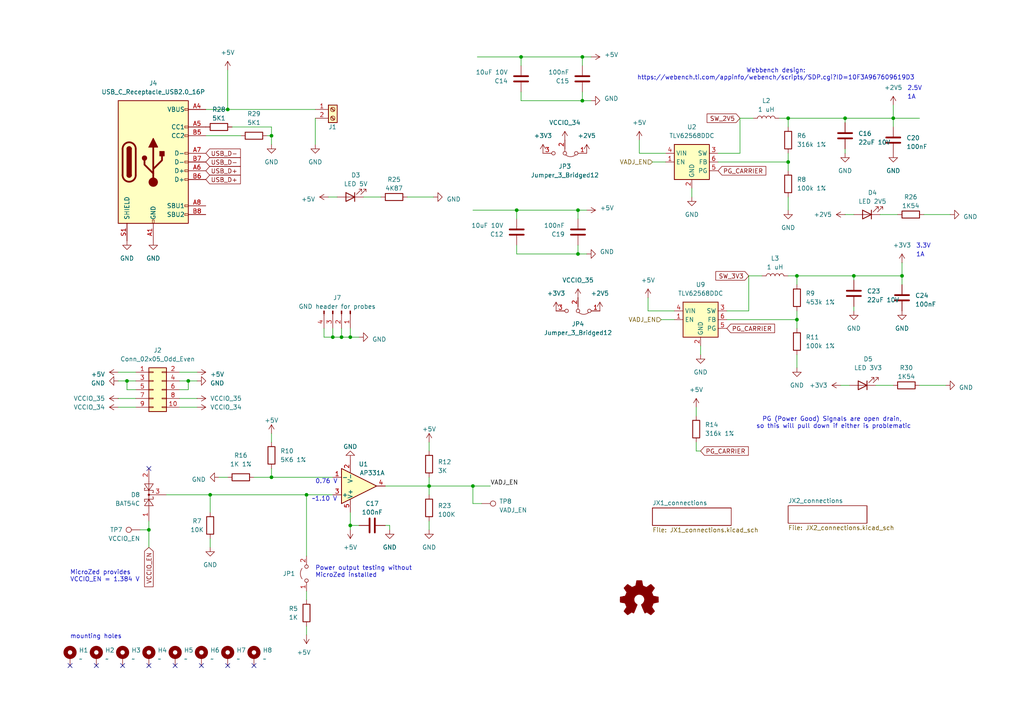
<source format=kicad_sch>
(kicad_sch (version 20250114) (generator "eeschema") (generator_version "9.0")
  (paper "A4")
  (title_block (title "Intan Interface carrier board") (date "2025-08-18") (rev "1.0") (comment 1 "               License: Creative Commons Zero") (comment 3 "               (c) 2025 Caleb Kemere") (comment 4 "                    derived from a design by  Viktor Nikolov"))
  (lib_symbols
    (symbol "Comparator:LM397" (pin_names (offset 0.127))
      (property "Reference" "U" (at 1.27 5.08 0))
      (property "Value" "LM397" (at 3.81 -5.08 0))
      (symbol "LM397_1_1"
        (pin input line (at -7.62 2.54 0) (length 2.54) (name "+") (number "3"))
        (pin input line (at -7.62 -2.54 0) (length 2.54) (name "-") (number "1"))
        (pin power_in line (at -2.54 7.62 270) (length 3.81) (name "V+") (number "5"))
        (pin power_in line (at -2.54 -7.62 90) (length 3.81) (name "V-") (number "2"))
        (pin open_collector line (at 7.62 0 180) (length 2.54) (name "~") (number "4"))
      )
    )
    (symbol "Connector:Conn_01x04_Pin" (pin_names (offset 1.016) (hide yes))
      (property "Reference" "J" (at 0 5.08 0))
      (property "Value" "Conn_01x04_Pin" (at 0 -7.62 0))
      (symbol "Conn_01x04_Pin_1_1"
        (pin passive line (at 5.08 2.54 180) (length 3.81) (name "Pin_1") (number "1"))
        (pin passive line (at 5.08 0 180) (length 3.81) (name "Pin_2") (number "2"))
        (pin passive line (at 5.08 -2.54 180) (length 3.81) (name "Pin_3") (number "3"))
        (pin passive line (at 5.08 -5.08 180) (length 3.81) (name "Pin_4") (number "4"))
      )
    )
    (symbol "Connector:Screw_Terminal_01x02" (pin_names (offset 1.016) (hide yes))
      (property "Reference" "J" (at 0 2.54 0))
      (property "Value" "Screw_Terminal_01x02" (at 0 -5.08 0))
      (symbol "Screw_Terminal_01x02_1_1"
        (pin passive line (at -5.08 0 0) (length 3.81) (name "Pin_1") (number "1"))
        (pin passive line (at -5.08 -2.54 0) (length 3.81) (name "Pin_2") (number "2"))
      )
    )
    (symbol "Connector:TestPoint" (pin_numbers (hide yes)) (pin_names (offset 0.762) (hide yes))
      (property "Reference" "TP" (at 0 6.858 0))
      (property "Value" "TestPoint" (at 0 5.08 0))
      (symbol "TestPoint_1_1"
        (pin passive line (at 0 0 90) (length 2.54) (name "1") (number "1"))
      )
    )
    (symbol "Connector:USB_C_Receptacle_USB2.0_16P" (pin_names (offset 1.016))
      (property "Reference" "J" (at 0 22.225 0))
      (property "Value" "USB_C_Receptacle_USB2.0_16P" (at 0 19.685 0))
      (symbol "USB_C_Receptacle_USB2.0_16P_1_1"
        (pin passive line (at -7.62 -22.86 90) (length 5.08) (name "SHIELD") (number "S1"))
        (pin passive line (at 0 -22.86 90) (length 5.08) (name "GND") (number "A1"))
        (pin passive line (at 0 -22.86 90) (length 5.08) (hide yes) (name "GND") (number "A12"))
        (pin passive line (at 0 -22.86 90) (length 5.08) (hide yes) (name "GND") (number "B1"))
        (pin passive line (at 0 -22.86 90) (length 5.08) (hide yes) (name "GND") (number "B12"))
        (pin passive line (at 15.24 15.24 180) (length 5.08) (name "VBUS") (number "A4"))
        (pin passive line (at 15.24 15.24 180) (length 5.08) (hide yes) (name "VBUS") (number "A9"))
        (pin passive line (at 15.24 15.24 180) (length 5.08) (hide yes) (name "VBUS") (number "B4"))
        (pin passive line (at 15.24 15.24 180) (length 5.08) (hide yes) (name "VBUS") (number "B9"))
        (pin bidirectional line (at 15.24 10.16 180) (length 5.08) (name "CC1") (number "A5"))
        (pin bidirectional line (at 15.24 7.62 180) (length 5.08) (name "CC2") (number "B5"))
        (pin bidirectional line (at 15.24 2.54 180) (length 5.08) (name "D-") (number "A7"))
        (pin bidirectional line (at 15.24 0 180) (length 5.08) (name "D-") (number "B7"))
        (pin bidirectional line (at 15.24 -2.54 180) (length 5.08) (name "D+") (number "A6"))
        (pin bidirectional line (at 15.24 -5.08 180) (length 5.08) (name "D+") (number "B6"))
        (pin bidirectional line (at 15.24 -12.7 180) (length 5.08) (name "SBU1") (number "A8"))
        (pin bidirectional line (at 15.24 -15.24 180) (length 5.08) (name "SBU2") (number "B8"))
      )
    )
    (symbol "Connector_Generic:Conn_02x05_Odd_Even" (pin_names (offset 1.016) (hide yes))
      (property "Reference" "J" (at 1.27 7.62 0))
      (property "Value" "Conn_02x05_Odd_Even" (at 1.27 -7.62 0))
      (symbol "Conn_02x05_Odd_Even_1_1"
        (pin passive line (at -5.08 5.08 0) (length 3.81) (name "Pin_1") (number "1"))
        (pin passive line (at -5.08 2.54 0) (length 3.81) (name "Pin_3") (number "3"))
        (pin passive line (at -5.08 0 0) (length 3.81) (name "Pin_5") (number "5"))
        (pin passive line (at -5.08 -2.54 0) (length 3.81) (name "Pin_7") (number "7"))
        (pin passive line (at -5.08 -5.08 0) (length 3.81) (name "Pin_9") (number "9"))
        (pin passive line (at 7.62 5.08 180) (length 3.81) (name "Pin_2") (number "2"))
        (pin passive line (at 7.62 2.54 180) (length 3.81) (name "Pin_4") (number "4"))
        (pin passive line (at 7.62 0 180) (length 3.81) (name "Pin_6") (number "6"))
        (pin passive line (at 7.62 -2.54 180) (length 3.81) (name "Pin_8") (number "8"))
        (pin passive line (at 7.62 -5.08 180) (length 3.81) (name "Pin_10") (number "10"))
      )
    )
    (symbol "Device:C" (pin_numbers (hide yes)) (pin_names (offset 0.254))
      (property "Reference" "C" (at 0.635 2.54 0))
      (property "Value" "C" (at 0.635 -2.54 0))
      (symbol "C_1_1"
        (pin passive line (at 0 3.81 270) (length 2.794) (name "~") (number "1"))
        (pin passive line (at 0 -3.81 90) (length 2.794) (name "~") (number "2"))
      )
    )
    (symbol "Device:L" (pin_numbers (hide yes)) (pin_names (offset 1.016) (hide yes))
      (property "Reference" "L" (at -1.27 0 90))
      (property "Value" "L" (at 1.905 0 90))
      (symbol "L_1_1"
        (pin passive line (at 0 3.81 270) (length 1.27) (name "1") (number "1"))
        (pin passive line (at 0 -3.81 90) (length 1.27) (name "2") (number "2"))
      )
    )
    (symbol "Device:LED" (pin_numbers (hide yes)) (pin_names (offset 1.016) (hide yes))
      (property "Reference" "D" (at 0 2.54 0))
      (property "Value" "LED" (at 0 -2.54 0))
      (symbol "LED_1_1"
        (pin passive line (at -3.81 0 0) (length 2.54) (name "K") (number "1"))
        (pin passive line (at 3.81 0 180) (length 2.54) (name "A") (number "2"))
      )
    )
    (symbol "Device:R" (pin_numbers (hide yes)) (pin_names (offset 0))
      (property "Reference" "R" (at 2.032 0 90))
      (property "Value" "R" (at 0 0 90))
      (symbol "R_1_1"
        (pin passive line (at 0 3.81 270) (length 1.27) (name "~") (number "1"))
        (pin passive line (at 0 -3.81 90) (length 1.27) (name "~") (number "2"))
      )
    )
    (symbol "Diode:BAT54C" (pin_names (offset 1.016))
      (property "Reference" "D" (at 0.635 -3.81 0))
      (property "Value" "BAT54C" (at -6.35 3.175 0))
      (symbol "BAT54C_1_1"
        (pin passive line (at -7.62 0 0) (length 3.81) (name "~") (number "1"))
        (pin passive line (at 0 -5.08 90) (length 5.08) (name "~") (number "3"))
        (pin passive line (at 7.62 0 180) (length 3.81) (name "~") (number "2"))
      )
    )
    (symbol "Graphic:Logo_Open_Hardware_Small" (in_bom no) (on_board no))
    (symbol "Jumper:Jumper_2_Open" (pin_names (offset 0) (hide yes))
      (property "Reference" "JP" (at 0 2.794 0))
      (property "Value" "Jumper_2_Open" (at 0 -2.286 0))
      (symbol "Jumper_2_Open_1_1"
        (pin passive line (at -5.08 0 0) (length 2.54) (name "A") (number "1"))
        (pin passive line (at 5.08 0 180) (length 2.54) (name "B") (number "2"))
      )
    )
    (symbol "Jumper:Jumper_3_Bridged12" (pin_names (offset 0) (hide yes)) (exclude_from_sim yes) (in_bom no)
      (property "Reference" "JP" (at -2.54 -2.54 0))
      (property "Value" "Jumper_3_Bridged12" (at 0 2.794 0))
      (symbol "Jumper_3_Bridged12_1_1"
        (pin passive line (at -6.35 0 0) (length 2.54) (name "A") (number "1"))
        (pin passive line (at 0 -3.81 90) (length 2.54) (name "C") (number "2"))
        (pin passive line (at 6.35 0 180) (length 2.54) (name "B") (number "3"))
      )
    )
    (symbol "Mechanical:MountingHole_Pad" (pin_numbers (hide yes)) (pin_names (offset 1.016) (hide yes))
      (property "Reference" "H" (at 0 6.35 0))
      (property "Value" "MountingHole_Pad" (at 0 4.445 0))
      (symbol "MountingHole_Pad_1_1"
        (pin input line (at 0 -2.54 90) (length 2.54) (name "1") (number "1"))
      )
    )
    (symbol "Regulator_Switching:TLV62568DDC"
      (property "Reference" "U" (at -5.08 6.35 0))
      (property "Value" "TLV62568DDC" (at 0 6.35 0))
      (symbol "TLV62568DDC_1_1"
        (pin power_in line (at -7.62 2.54 0) (length 2.54) (name "VIN") (number "4"))
        (pin input line (at -7.62 0 0) (length 2.54) (name "EN") (number "1"))
        (pin power_in line (at 0 -7.62 90) (length 2.54) (name "GND") (number "2"))
        (pin power_out line (at 7.62 2.54 180) (length 2.54) (name "SW") (number "3"))
        (pin input line (at 7.62 0 180) (length 2.54) (name "FB") (number "6"))
        (pin open_collector line (at 7.62 -2.54 180) (length 2.54) (name "PG") (number "5"))
      )
    )
    (symbol "power:+2V5" (power) (pin_numbers (hide yes)) (pin_names (offset 0) (hide yes))
      (property "Value" "+2V5" (at 0 3.556 0))
      (symbol "+2V5_1_1"
        (pin power_in line (at 0 0 90) (length 0) (name "~") (number "1"))
      )
    )
    (symbol "power:+3V3" (power) (pin_numbers (hide yes)) (pin_names (offset 0) (hide yes))
      (property "Value" "+3V3" (at 0 3.556 0))
      (symbol "+3V3_1_1"
        (pin power_in line (at 0 0 90) (length 0) (name "~") (number "1"))
      )
    )
    (symbol "power:+5V" (power) (pin_names (offset 0))
      (property "Value" "+5V" (at 0 3.556 0))
      (symbol "+5V_1_1"
        (pin power_in line (at 0 0 90) (length 0) (hide yes) (name "+5V") (number "1"))
      )
    )
    (symbol "power:GND" (power) (pin_names (offset 0))
      (property "Value" "GND" (at 0 -3.81 0))
      (symbol "GND_1_1"
        (pin power_in line (at 0 0 270) (length 0) (hide yes) (name "GND") (number "1"))
      )
    )
    (symbol "power:VCC" (power) (pin_numbers (hide yes)) (pin_names (offset 0) (hide yes))
      (property "Value" "VCC" (at 0 3.556 0))
      (symbol "VCC_1_1"
        (pin power_in line (at 0 0 90) (length 0) (name "~") (number "1"))
      )
    )
  )
  (text "1A" (at 263.144 28.956 0) (effects (font (size 1.27 1.27)) (justify left bottom)))
  (text "3.3V" (at 265.684 72.136 0) (effects (font (size 1.27 1.27)) (justify left bottom)))
  (text "mounting holes" (at 20.32 185.42 0) (effects (font (size 1.27 1.27)) (justify left bottom)))
  (text "2.5V" (at 263.144 26.416 0) (effects (font (size 1.27 1.27)) (justify left bottom)))
  (text "0.76 V" (at 91.44 140.462 0) (effects (font (size 1.27 1.27)) (justify left bottom)))
  (text "Webbench design:\nhttps://webench.ti.com/appinfo/webench/scripts/SDP.cgi?ID=10F3A967609619D3" (at 225.044 21.59 0) (effects (font (size 1.27 1.27))))
  (text "~1.10 V" (at 90.424 145.542 0) (effects (font (size 1.27 1.27)) (justify left bottom)))
  (text "Power output testing without\nMicroZed installed" (at 91.44 167.64 0) (effects (font (size 1.27 1.27)) (justify left bottom)))
  (text "1A" (at 265.684 74.676 0) (effects (font (size 1.27 1.27)) (justify left bottom)))
  (text "MicroZed provides\nVCCIO_EN = 1.384 V" (at 20.32 168.91 0) (effects (font (size 1.27 1.27)) (justify left bottom)))
  (text "PG (Power Good) Signals are open drain, \nso this will pull down if either is problematic\n" (at 241.808 122.682 0) (effects (font (size 1.27 1.27))))
  (junction (at 101.6 97.79))
  (junction (at 78.74 138.43))
  (junction (at 99.06 97.79))
  (junction (at 168.91 29.21))
  (junction (at 54.61 110.49))
  (junction (at 137.16 140.97))
  (junction (at 228.6 46.99))
  (junction (at 96.52 97.79))
  (junction (at 43.18 153.67))
  (junction (at 247.65 80.01))
  (junction (at 101.6 152.4))
  (junction (at 78.74 39.37))
  (junction (at 88.9 143.51))
  (junction (at 167.64 73.66))
  (junction (at 151.13 16.51))
  (junction (at 60.96 143.51))
  (junction (at 168.91 16.51))
  (junction (at 124.46 140.97))
  (junction (at 149.86 60.96))
  (junction (at 228.6 34.29))
  (junction (at 231.14 92.71))
  (junction (at 231.14 80.01))
  (junction (at 36.83 110.49))
  (junction (at 259.08 34.29))
  (junction (at 167.64 60.96))
  (junction (at 66.04 31.75))
  (junction (at 261.62 80.01))
  (junction (at 245.11 34.29))
  (no_connect (at 43.18 135.89))
  (no_connect (at 20.32 193.04))
  (no_connect (at 66.04 193.04))
  (no_connect (at 35.56 193.04))
  (no_connect (at 58.42 193.04))
  (no_connect (at 27.94 193.04))
  (no_connect (at 43.18 193.04))
  (no_connect (at 73.66 193.04))
  (no_connect (at 50.8 193.04))
  (wire (pts (xy 137.16 140.97) (xy 137.16 146.05)))
  (wire (pts (xy 137.16 140.97) (xy 142.24 140.97)))
  (wire (pts (xy 243.84 111.76) (xy 246.38 111.76)))
  (wire (pts (xy 151.13 29.21) (xy 151.13 26.67)))
  (wire (pts (xy 228.6 46.99) (xy 228.6 49.53)))
  (wire (pts (xy 259.08 34.29) (xy 245.11 34.29)))
  (wire (pts (xy 101.6 148.59) (xy 101.6 152.4)))
  (wire (pts (xy 52.07 110.49) (xy 54.61 110.49)))
  (wire (pts (xy 34.29 118.11) (xy 39.37 118.11)))
  (wire (pts (xy 91.44 34.29) (xy 91.44 41.91)))
  (wire (pts (xy 88.9 184.15) (xy 88.9 181.61)))
  (wire (pts (xy 170.18 60.96) (xy 167.64 60.96)))
  (wire (pts (xy 78.74 125.73) (xy 78.74 128.27)))
  (wire (pts (xy 36.83 113.03) (xy 39.37 113.03)))
  (wire (pts (xy 73.66 138.43) (xy 78.74 138.43)))
  (wire (pts (xy 113.03 152.4) (xy 113.03 153.67)))
  (wire (pts (xy 59.69 31.75) (xy 66.04 31.75)))
  (wire (pts (xy 101.6 152.4) (xy 101.6 153.67)))
  (wire (pts (xy 66.04 31.75) (xy 91.44 31.75)))
  (wire (pts (xy 261.62 80.01) (xy 247.65 80.01)))
  (wire (pts (xy 247.65 88.9) (xy 247.65 90.17)))
  (wire (pts (xy 124.46 138.43) (xy 124.46 140.97)))
  (wire (pts (xy 259.08 30.48) (xy 259.08 34.29)))
  (wire (pts (xy 34.29 115.57) (xy 39.37 115.57)))
  (wire (pts (xy 191.77 92.71) (xy 195.58 92.71)))
  (wire (pts (xy 266.7 111.76) (xy 274.32 111.76)))
  (wire (pts (xy 261.62 76.2) (xy 261.62 80.01)))
  (wire (pts (xy 124.46 140.97) (xy 137.16 140.97)))
  (wire (pts (xy 36.83 110.49) (xy 39.37 110.49)))
  (wire (pts (xy 88.9 161.29) (xy 88.9 143.51)))
  (wire (pts (xy 168.91 29.21) (xy 151.13 29.21)))
  (wire (pts (xy 40.64 153.67) (xy 43.18 153.67)))
  (wire (pts (xy 208.28 46.99) (xy 228.6 46.99)))
  (wire (pts (xy 95.25 57.15) (xy 97.79 57.15)))
  (wire (pts (xy 217.17 90.17) (xy 217.17 80.01)))
  (wire (pts (xy 228.6 80.01) (xy 231.14 80.01)))
  (wire (pts (xy 101.6 97.79) (xy 104.14 97.79)))
  (wire (pts (xy 167.64 73.66) (xy 149.86 73.66)))
  (wire (pts (xy 267.97 62.23) (xy 275.59 62.23)))
  (wire (pts (xy 193.04 44.45) (xy 185.42 44.45)))
  (wire (pts (xy 217.17 80.01) (xy 220.98 80.01)))
  (wire (pts (xy 99.06 95.25) (xy 99.06 97.79)))
  (wire (pts (xy 60.96 143.51) (xy 60.96 148.59)))
  (wire (pts (xy 214.63 44.45) (xy 208.28 44.45)))
  (wire (pts (xy 63.5 138.43) (xy 66.04 138.43)))
  (wire (pts (xy 78.74 39.37) (xy 77.47 39.37)))
  (wire (pts (xy 93.98 97.79) (xy 96.52 97.79)))
  (wire (pts (xy 137.16 146.05) (xy 139.7 146.05)))
  (wire (pts (xy 124.46 151.13) (xy 124.46 153.67)))
  (wire (pts (xy 167.64 73.66) (xy 167.64 71.12)))
  (wire (pts (xy 36.83 110.49) (xy 36.83 113.03)))
  (wire (pts (xy 187.96 90.17) (xy 187.96 86.36)))
  (wire (pts (xy 255.27 62.23) (xy 260.35 62.23)))
  (wire (pts (xy 217.17 90.17) (xy 210.82 90.17)))
  (wire (pts (xy 167.64 60.96) (xy 149.86 60.96)))
  (wire (pts (xy 201.93 130.81) (xy 203.2 130.81)))
  (wire (pts (xy 52.07 107.95) (xy 57.15 107.95)))
  (wire (pts (xy 111.76 152.4) (xy 113.03 152.4)))
  (wire (pts (xy 171.45 16.51) (xy 168.91 16.51)))
  (wire (pts (xy 48.26 143.51) (xy 60.96 143.51)))
  (wire (pts (xy 149.86 73.66) (xy 149.86 71.12)))
  (wire (pts (xy 78.74 36.83) (xy 78.74 39.37)))
  (wire (pts (xy 171.45 29.21) (xy 168.91 29.21)))
  (wire (pts (xy 259.08 34.29) (xy 266.7 34.29)))
  (wire (pts (xy 168.91 19.05) (xy 168.91 16.51)))
  (wire (pts (xy 245.11 35.56) (xy 245.11 34.29)))
  (wire (pts (xy 111.76 140.97) (xy 124.46 140.97)))
  (wire (pts (xy 201.93 118.11) (xy 201.93 120.65)))
  (wire (pts (xy 228.6 44.45) (xy 228.6 46.99)))
  (wire (pts (xy 151.13 16.51) (xy 138.43 16.51)))
  (wire (pts (xy 96.52 97.79) (xy 99.06 97.79)))
  (wire (pts (xy 214.63 34.29) (xy 218.44 34.29)))
  (wire (pts (xy 203.2 102.87) (xy 203.2 100.33)))
  (wire (pts (xy 151.13 19.05) (xy 151.13 16.51)))
  (wire (pts (xy 167.64 63.5) (xy 167.64 60.96)))
  (wire (pts (xy 124.46 140.97) (xy 124.46 143.51)))
  (wire (pts (xy 231.14 80.01) (xy 247.65 80.01)))
  (wire (pts (xy 96.52 95.25) (xy 96.52 97.79)))
  (wire (pts (xy 170.18 73.66) (xy 167.64 73.66)))
  (wire (pts (xy 189.23 46.99) (xy 193.04 46.99)))
  (wire (pts (xy 195.58 90.17) (xy 187.96 90.17)))
  (wire (pts (xy 101.6 152.4) (xy 104.14 152.4)))
  (wire (pts (xy 254 111.76) (xy 259.08 111.76)))
  (wire (pts (xy 228.6 34.29) (xy 245.11 34.29)))
  (wire (pts (xy 101.6 95.25) (xy 101.6 97.79)))
  (wire (pts (xy 52.07 113.03) (xy 54.61 113.03)))
  (wire (pts (xy 231.14 92.71) (xy 231.14 95.25)))
  (wire (pts (xy 245.11 62.23) (xy 247.65 62.23)))
  (wire (pts (xy 60.96 156.21) (xy 60.96 158.75)))
  (wire (pts (xy 214.63 44.45) (xy 214.63 34.29)))
  (wire (pts (xy 149.86 60.96) (xy 137.16 60.96)))
  (wire (pts (xy 67.31 36.83) (xy 78.74 36.83)))
  (wire (pts (xy 78.74 138.43) (xy 96.52 138.43)))
  (wire (pts (xy 52.07 115.57) (xy 57.15 115.57)))
  (wire (pts (xy 93.98 95.25) (xy 93.98 97.79)))
  (wire (pts (xy 228.6 36.83) (xy 228.6 34.29)))
  (wire (pts (xy 226.06 34.29) (xy 228.6 34.29)))
  (wire (pts (xy 99.06 97.79) (xy 101.6 97.79)))
  (wire (pts (xy 200.66 57.15) (xy 200.66 54.61)))
  (wire (pts (xy 247.65 81.28) (xy 247.65 80.01)))
  (wire (pts (xy 201.93 128.27) (xy 201.93 130.81)))
  (wire (pts (xy 66.04 20.32) (xy 66.04 31.75)))
  (wire (pts (xy 210.82 92.71) (xy 231.14 92.71)))
  (wire (pts (xy 105.41 57.15) (xy 110.49 57.15)))
  (wire (pts (xy 34.29 110.49) (xy 36.83 110.49)))
  (wire (pts (xy 245.11 43.18) (xy 245.11 44.45)))
  (wire (pts (xy 43.18 151.13) (xy 43.18 153.67)))
  (wire (pts (xy 168.91 29.21) (xy 168.91 26.67)))
  (wire (pts (xy 54.61 110.49) (xy 57.15 110.49)))
  (wire (pts (xy 124.46 128.27) (xy 124.46 130.81)))
  (wire (pts (xy 34.29 107.95) (xy 39.37 107.95)))
  (wire (pts (xy 78.74 41.91) (xy 78.74 39.37)))
  (wire (pts (xy 231.14 90.17) (xy 231.14 92.71)))
  (wire (pts (xy 52.07 118.11) (xy 57.15 118.11)))
  (wire (pts (xy 59.69 39.37) (xy 69.85 39.37)))
  (wire (pts (xy 88.9 143.51) (xy 96.52 143.51)))
  (wire (pts (xy 88.9 173.99) (xy 88.9 171.45)))
  (wire (pts (xy 185.42 44.45) (xy 185.42 40.64)))
  (wire (pts (xy 54.61 110.49) (xy 54.61 113.03)))
  (wire (pts (xy 118.11 57.15) (xy 125.73 57.15)))
  (wire (pts (xy 60.96 143.51) (xy 88.9 143.51)))
  (wire (pts (xy 259.08 36.83) (xy 259.08 34.29)))
  (wire (pts (xy 78.74 135.89) (xy 78.74 138.43)))
  (wire (pts (xy 231.14 82.55) (xy 231.14 80.01)))
  (wire (pts (xy 149.86 63.5) (xy 149.86 60.96)))
  (wire (pts (xy 168.91 16.51) (xy 151.13 16.51)))
  (wire (pts (xy 43.18 153.67) (xy 43.18 158.75)))
  (wire (pts (xy 231.14 106.68) (xy 231.14 102.87)))
  (wire (pts (xy 228.6 60.96) (xy 228.6 57.15)))
  (wire (pts (xy 261.62 82.55) (xy 261.62 80.01)))
  (label "VADJ_EN" (at 142.24 140.97 0))
  (global_label "PG_CARRIER" (shape input) (at 210.82 95.25 0) (property "Intersheetrefs" "${INTERSHEET_REFS}" (effects (hide yes))))
  (global_label "PG_CARRIER" (shape input) (at 203.2 130.81 0) (property "Intersheetrefs" "${INTERSHEET_REFS}" (effects (hide yes))))
  (global_label "SW_2V5" (shape input) (at 214.63 34.29 180) (property "Intersheetrefs" "${INTERSHEET_REFS}" (effects (hide yes))))
  (global_label "SW_3V3" (shape input) (at 217.17 80.01 180) (property "Intersheetrefs" "${INTERSHEET_REFS}" (effects (hide yes))))
  (global_label "USB_D+" (shape input) (at 59.69 49.53 0) (property "Intersheetrefs" "${INTERSHEET_REFS}" (effects (hide yes))))
  (global_label "USB_D-" (shape input) (at 59.69 44.45 0) (property "Intersheetrefs" "${INTERSHEET_REFS}" (effects (hide yes))))
  (global_label "PG_CARRIER" (shape input) (at 208.28 49.53 0) (property "Intersheetrefs" "${INTERSHEET_REFS}" (effects (hide yes))))
  (global_label "USB_D-" (shape input) (at 59.69 46.99 0) (property "Intersheetrefs" "${INTERSHEET_REFS}" (effects (hide yes))))
  (global_label "USB_D+" (shape input) (at 59.69 52.07 0) (property "Intersheetrefs" "${INTERSHEET_REFS}" (effects (hide yes))))
  (global_label "VCCIO_EN" (shape input) (at 43.18 158.75 270) (property "Intersheetrefs" "${INTERSHEET_REFS}" (effects (hide yes))))
  (hierarchical_label "VADJ_EN" (shape input) (at 189.23 46.99 180))
  (hierarchical_label "VADJ_EN" (shape input) (at 191.77 92.71 180))
  (symbol (lib_id "power:GND") (at 36.83 69.85 0) (unit 1)
    (property "Reference" "#PWR024" (effects (hide yes)))
    (property "Value" "GND" (at 36.83 74.93 0))
  )
  (symbol (lib_id "power:+5V") (at 34.29 107.95 90) (unit 1)
    (property "Reference" "#PWR077" (effects (hide yes)))
    (property "Value" "+5V" (at 30.48 108.585 90) (effects (justify left)))
  )
  (symbol (lib_id "power:VCC") (at 57.15 118.11 270) (unit 1)
    (property "Reference" "#PWR083" (effects (hide yes)))
    (property "Value" "VCCIO_34" (at 60.96 118.1099 90) (effects (justify left)))
    (property "Description" "Power symbol creates a global label with name \"VCC\"" (effects (hide yes)))
  )
  (symbol (lib_id "Connector:TestPoint") (at 40.64 153.67 90) (unit 1) (in_bom no)
    (property "Reference" "TP7" (at 35.56 153.67 90) (effects (justify left)))
    (property "Value" "VCCIO_EN" (at 40.64 156.21 90) (effects (justify left)))
    (property "Footprint" "Viktor:TestPoint__Drill1.0mm" (effects (hide yes)))
  )
  (symbol (lib_id "Device:R") (at 228.6 40.64 0) (unit 1)
    (property "Reference" "R6" (at 231.14 39.3699 0) (effects (justify left)))
    (property "Value" "316k 1%" (at 231.14 41.9099 0) (effects (justify left)))
    (property "Footprint" "Resistor_SMD:R_0603_1608Metric" (effects (hide yes)))
    (property "Description" "Resistor" (effects (hide yes)))
  )
  (symbol (lib_id "power:GND") (at 228.6 60.96 0) (unit 1)
    (property "Reference" "#PWR09" (effects (hide yes)))
    (property "Value" "GND" (at 228.6 66.04 0))
  )
  (symbol (lib_id "power:+5V") (at 66.04 20.32 0) (unit 1)
    (property "Reference" "#PWR07" (effects (hide yes)))
    (property "Value" "+5V" (at 66.04 15.24 0))
  )
  (symbol (lib_id "power:+5V") (at 171.45 16.51 270) (unit 1)
    (property "Reference" "#PWR01" (effects (hide yes)))
    (property "Value" "+5V" (at 175.26 15.875 90) (effects (justify left)))
  )
  (symbol (lib_id "Device:R") (at 262.89 111.76 90) (unit 1)
    (property "Reference" "R30" (at 262.89 106.68 90))
    (property "Value" "1K54" (at 262.89 109.22 90))
    (property "Footprint" "Resistor_SMD:R_0603_1608Metric" (effects (hide yes)))
    (property "LCSC" "C100784" (effects (hide yes)))
  )
  (symbol (lib_id "power:+5V") (at 187.96 86.36 0) (unit 1)
    (property "Reference" "#PWR020" (effects (hide yes)))
    (property "Value" "+5V" (at 187.96 81.28 0))
  )
  (symbol (lib_id "Device:R") (at 124.46 147.32 0) (unit 1)
    (property "Reference" "R23" (at 127 146.685 0) (effects (justify left)))
    (property "Value" "100K" (at 127 149.225 0) (effects (justify left)))
    (property "Footprint" "Resistor_SMD:R_0603_1608Metric" (effects (hide yes)))
    (property "LCSC" "C25803" (effects (hide yes)))
  )
  (symbol (lib_id "Device:R") (at 60.96 152.4 0) (unit 1)
    (property "Reference" "R7" (at 57.15 151.13 0))
    (property "Value" "10K" (at 57.15 153.67 0))
    (property "Footprint" "Resistor_SMD:R_0603_1608Metric" (effects (hide yes)))
    (property "LCSC" "C25804" (effects (hide yes)))
  )
  (symbol (lib_id "Connector:TestPoint") (at 139.7 146.05 270) (unit 1) (in_bom no)
    (property "Reference" "TP8" (at 144.78 145.415 90) (effects (justify left)))
    (property "Value" "VADJ_EN" (at 144.78 147.955 90) (effects (justify left)))
    (property "Footprint" "Viktor:TestPoint__Drill1.0mm" (effects (hide yes)))
  )
  (symbol (lib_id "Device:C") (at 259.08 40.64 0) (unit 1)
    (property "Reference" "C20" (at 262.89 40.005 0) (effects (justify left)))
    (property "Value" "100nF" (at 262.89 42.545 0) (effects (justify left)))
    (property "Footprint" "Capacitor_SMD:C_0603_1608Metric" (effects (hide yes)))
    (property "LCSC" "C66501" (effects (hide yes)))
  )
  (symbol (lib_id "power:GND") (at 171.45 29.21 90) (unit 1)
    (property "Reference" "#PWR02" (effects (hide yes)))
    (property "Value" "GND" (at 175.26 28.575 90) (effects (justify right)))
  )
  (symbol (lib_id "power:+5V") (at 57.15 107.95 270) (unit 1)
    (property "Reference" "#PWR084" (effects (hide yes)))
    (property "Value" "+5V" (at 60.96 108.585 90) (effects (justify left)))
  )
  (symbol (lib_id "power:GND") (at 274.32 111.76 90) (unit 1)
    (property "Reference" "#PWR0129" (effects (hide yes)))
    (property "Value" "GND" (at 278.13 112.395 90) (effects (justify right)))
  )
  (symbol (lib_id "power:+3V3") (at 261.62 76.2 0) (unit 1)
    (property "Reference" "#PWR04" (effects (hide yes)))
    (property "Value" "+3V3" (at 261.62 71.12 0))
    (property "Description" "Power symbol creates a global label with name \"+3V3\"" (effects (hide yes)))
  )
  (symbol (lib_id "Device:LED") (at 251.46 62.23 180) (unit 1)
    (property "Reference" "D4" (at 253.0475 55.88 0))
    (property "Value" "LED 2V5" (at 253.0475 58.42 0))
    (property "Footprint" "LED_SMD:LED_0603_1608Metric" (effects (hide yes)))
    (property "LCSC" "C2833058" (effects (hide yes)))
  )
  (symbol (lib_id "Connector:USB_C_Receptacle_USB2.0_16P") (at 44.45 46.99 0) (unit 1)
    (property "Reference" "J4" (at 44.45 24.13 0))
    (property "Value" "USB_C_Receptacle_USB2.0_16P" (at 44.45 26.67 0))
    (property "Footprint" "Connector_USB:USB_C_Receptacle_GCT_USB4105-xx-A_16P_TopMnt_Horizontal" (effects (hide yes)))
    (property "Datasheet" "https://www.usb.org/sites/default/files/documents/usb_type-c.zip" (effects (hide yes)))
    (property "Description" "USB 2.0-only 16P Type-C Receptacle connector" (effects (hide yes)))
  )
  (symbol (lib_id "power:GND") (at 60.96 158.75 0) (unit 1)
    (property "Reference" "#PWR021" (effects (hide yes)))
    (property "Value" "GND" (at 60.96 163.83 0))
  )
  (symbol (lib_id "power:+3V3") (at 157.48 44.45 0) (unit 1)
    (property "Reference" "#PWR099" (effects (hide yes)))
    (property "Value" "+3V3" (at 157.48 39.37 0))
    (property "Description" "Power symbol creates a global label with name \"+3V3\"" (effects (hide yes)))
  )
  (symbol (lib_id "power:VCC") (at 34.29 118.11 90) (unit 1)
    (property "Reference" "#PWR076" (effects (hide yes)))
    (property "Value" "VCCIO_34" (at 30.48 118.1099 90) (effects (justify left)))
    (property "Description" "Power symbol creates a global label with name \"VCC\"" (effects (hide yes)))
  )
  (symbol (lib_id "Jumper:Jumper_3_Bridged12") (at 163.83 44.45 180) (unit 1) (exclude_from_sim yes) (in_bom no)
    (property "Reference" "JP3" (at 163.83 48.26 0))
    (property "Value" "Jumper_3_Bridged12" (at 163.83 50.8 0))
    (property "Footprint" "Connector_PinHeader_2.54mm:PinHeader_1x03_P2.54mm_Vertical" (effects (hide yes)))
    (property "Description" "Jumper, 3-pole, pins 1+2 closed/bridged" (effects (hide yes)))
  )
  (symbol (lib_id "Device:C") (at 151.13 22.86 0) (unit 1)
    (property "Reference" "C14" (at 147.32 23.495 0) (effects (justify right)))
    (property "Value" "10uF 10V" (at 147.32 20.955 0) (effects (justify right)))
    (property "Footprint" "Capacitor_SMD:C_0603_1608Metric" (effects (hide yes)))
    (property "LCSC" "C19702" (effects (hide yes)))
  )
  (symbol (lib_id "Device:C") (at 261.62 86.36 0) (unit 1)
    (property "Reference" "C24" (at 265.43 85.725 0) (effects (justify left)))
    (property "Value" "100nF" (at 265.43 88.265 0) (effects (justify left)))
    (property "Footprint" "Capacitor_SMD:C_0603_1608Metric" (effects (hide yes)))
    (property "LCSC" "C66501" (effects (hide yes)))
  )
  (symbol (lib_id "Device:LED") (at 101.6 57.15 180) (unit 1)
    (property "Reference" "D3" (at 103.1875 50.8 0))
    (property "Value" "LED 5V" (at 103.1875 53.34 0))
    (property "Footprint" "LED_SMD:LED_0603_1608Metric" (effects (hide yes)))
    (property "LCSC" "C2833058" (effects (hide yes)))
  )
  (symbol (lib_id "power:GND") (at 200.66 57.15 0) (unit 1)
    (property "Reference" "#PWR010" (effects (hide yes)))
    (property "Value" "GND" (at 200.66 62.23 0))
  )
  (symbol (lib_id "power:GND") (at 113.03 153.67 0) (unit 1)
    (property "Reference" "#PWR029" (effects (hide yes)))
    (property "Value" "GND" (at 113.03 158.75 0))
  )
  (symbol (lib_id "power:+5V") (at 124.46 128.27 0) (unit 1)
    (property "Reference" "#PWR031" (effects (hide yes)))
    (property "Value" "+5V" (at 124.46 124.46 0))
  )
  (symbol (lib_id "Device:C") (at 245.11 39.37 180) (unit 1)
    (property "Reference" "C16" (at 248.92 38.735 0) (effects (justify right)))
    (property "Value" "22uF 10V" (at 248.92 41.275 0) (effects (justify right)))
    (property "Footprint" "Capacitor_SMD:C_1206_3216Metric" (effects (hide yes)))
    (property "LCSC" "C5672" (effects (hide yes)))
  )
  (symbol (lib_id "Mechanical:MountingHole_Pad") (at 73.66 190.5 0) (unit 1) (in_bom no)
    (property "Reference" "H8" (at 76.2 188.595 0) (effects (justify left)))
    (property "Value" "~" (at 76.2 191.135 0) (effects (justify left)))
    (property "Footprint" "Viktor:MountingHole_3.2mm_Pad_7mm" (effects (hide yes)))
  )
  (symbol (lib_id "power:+2V5") (at 245.11 62.23 90) (unit 1)
    (property "Reference" "#PWR017" (effects (hide yes)))
    (property "Value" "+2V5" (at 241.3 62.2299 90) (effects (justify left)))
    (property "Description" "Power symbol creates a global label with name \"+2V5\"" (effects (hide yes)))
  )
  (symbol (lib_id "Device:R") (at 264.16 62.23 90) (unit 1)
    (property "Reference" "R26" (at 264.16 57.15 90))
    (property "Value" "1K54" (at 264.16 59.69 90))
    (property "Footprint" "Resistor_SMD:R_0603_1608Metric" (effects (hide yes)))
    (property "LCSC" "C100784" (effects (hide yes)))
  )
  (symbol (lib_id "power:+2V5") (at 173.99 90.17 0) (unit 1)
    (property "Reference" "#PWR0124" (effects (hide yes)))
    (property "Value" "+2V5" (at 173.99 85.09 0))
    (property "Description" "Power symbol creates a global label with name \"+2V5\"" (effects (hide yes)))
  )
  (symbol (lib_id "power:GND") (at 247.65 90.17 0) (unit 1)
    (property "Reference" "#PWR0152" (effects (hide yes)))
    (property "Value" "GND" (at 247.65 95.25 0))
  )
  (symbol (lib_id "power:GND") (at 275.59 62.23 90) (unit 1)
    (property "Reference" "#PWR016" (effects (hide yes)))
    (property "Value" "GND" (at 279.4 62.865 90) (effects (justify right)))
  )
  (symbol (lib_id "Device:R") (at 114.3 57.15 90) (unit 1)
    (property "Reference" "R25" (at 114.3 52.07 90))
    (property "Value" "4K87" (at 114.3 54.61 90))
    (property "Footprint" "Resistor_SMD:R_0603_1608Metric" (effects (hide yes)))
    (property "LCSC" "C2097544" (effects (hide yes)))
  )
  (symbol (lib_id "Device:R") (at 69.85 138.43 270) (unit 1)
    (property "Reference" "R16" (at 69.85 132.08 90))
    (property "Value" "1K 1%" (at 69.85 134.62 90))
    (property "Footprint" "Resistor_SMD:R_0603_1608Metric" (effects (hide yes)))
    (property "LCSC" "C23228" (effects (hide yes)))
  )
  (symbol (lib_id "power:GND") (at 78.74 41.91 0) (unit 1)
    (property "Reference" "#PWR022" (effects (hide yes)))
    (property "Value" "GND" (at 78.74 46.99 0))
  )
  (symbol (lib_id "Device:R") (at 228.6 53.34 0) (unit 1)
    (property "Reference" "R8" (at 231.14 52.0699 0) (effects (justify left)))
    (property "Value" "100k 1%" (at 231.14 54.6099 0) (effects (justify left)))
    (property "Footprint" "Resistor_SMD:R_0603_1608Metric" (effects (hide yes)))
    (property "Description" "Resistor" (effects (hide yes)))
  )
  (symbol (lib_id "Device:R") (at 124.46 134.62 0) (unit 1)
    (property "Reference" "R12" (at 127 133.985 0) (effects (justify left)))
    (property "Value" "3K" (at 127 136.525 0) (effects (justify left)))
    (property "Footprint" "Resistor_SMD:R_0603_1608Metric" (effects (hide yes)))
    (property "LCSC" "C4211" (effects (hide yes)))
  )
  (symbol (lib_id "power:GND") (at 261.62 90.17 0) (unit 1)
    (property "Reference" "#PWR0154" (effects (hide yes)))
    (property "Value" "GND" (at 261.62 95.25 0))
  )
  (symbol (lib_id "power:GND") (at 101.6 133.35 180) (unit 1)
    (property "Reference" "#PWR027" (effects (hide yes)))
    (property "Value" "GND" (at 101.6 129.54 0))
  )
  (symbol (lib_id "Device:R") (at 231.14 86.36 0) (unit 1)
    (property "Reference" "R9" (at 233.68 85.0899 0) (effects (justify left)))
    (property "Value" "453k 1%" (at 233.68 87.6299 0) (effects (justify left)))
    (property "Footprint" "Resistor_SMD:R_0603_1608Metric" (effects (hide yes)))
    (property "Description" "Resistor" (effects (hide yes)))
  )
  (symbol (lib_id "power:+5V") (at 185.42 40.64 0) (unit 1)
    (property "Reference" "#PWR012" (effects (hide yes)))
    (property "Value" "+5V" (at 185.42 35.56 0))
  )
  (symbol (lib_id "Jumper:Jumper_3_Bridged12") (at 167.64 90.17 180) (unit 1) (exclude_from_sim yes) (in_bom no)
    (property "Reference" "JP4" (at 167.64 93.98 0))
    (property "Value" "Jumper_3_Bridged12" (at 167.64 96.52 0))
    (property "Footprint" "Connector_PinHeader_2.54mm:PinHeader_1x03_P2.54mm_Vertical" (effects (hide yes)))
    (property "Description" "Jumper, 3-pole, pins 1+2 closed/bridged" (effects (hide yes)))
  )
  (symbol (lib_id "power:GND") (at 203.2 102.87 0) (unit 1)
    (property "Reference" "#PWR055" (effects (hide yes)))
    (property "Value" "GND" (at 203.2 107.95 0))
  )
  (symbol (lib_id "power:+3V3") (at 161.29 90.17 0) (unit 1)
    (property "Reference" "#PWR0113" (effects (hide yes)))
    (property "Value" "+3V3" (at 161.29 85.09 0))
    (property "Description" "Power symbol creates a global label with name \"+3V3\"" (effects (hide yes)))
  )
  (symbol (lib_id "Graphic:Logo_Open_Hardware_Small") (at 185.42 173.99 0) (unit 1) (exclude_from_sim yes) (in_bom no) (on_board no)
    (property "Reference" "#SYM1" (effects (hide yes)))
    (property "Value" "Logo_Open_Hardware_Small" (effects (hide yes)))
  )
  (symbol (lib_id "Device:R") (at 231.14 99.06 0) (unit 1)
    (property "Reference" "R11" (at 233.68 97.7899 0) (effects (justify left)))
    (property "Value" "100k 1%" (at 233.68 100.3299 0) (effects (justify left)))
    (property "Footprint" "Resistor_SMD:R_0603_1608Metric" (effects (hide yes)))
    (property "Description" "Resistor" (effects (hide yes)))
  )
  (symbol (lib_id "power:+5V") (at 95.25 57.15 90) (unit 1)
    (property "Reference" "#PWR013" (effects (hide yes)))
    (property "Value" "+5V" (at 91.44 57.785 90) (effects (justify left)))
  )
  (symbol (lib_id "Device:C") (at 247.65 85.09 180) (unit 1)
    (property "Reference" "C23" (at 251.46 84.455 0) (effects (justify right)))
    (property "Value" "22uF 10V" (at 251.46 86.995 0) (effects (justify right)))
    (property "Footprint" "Capacitor_SMD:C_1206_3216Metric" (effects (hide yes)))
    (property "LCSC" "C5672" (effects (hide yes)))
  )
  (symbol (lib_id "Mechanical:MountingHole_Pad") (at 50.8 190.5 0) (unit 1) (in_bom no)
    (property "Reference" "H5" (at 53.34 188.595 0) (effects (justify left)))
    (property "Value" "~" (at 53.34 191.135 0) (effects (justify left)))
    (property "Footprint" "Viktor:MountingHole_3.2mm_Pad_7mm" (effects (hide yes)))
  )
  (symbol (lib_id "Regulator_Switching:TLV62568DDC") (at 200.66 46.99 0) (unit 1)
    (property "Reference" "U2" (at 200.66 36.83 0))
    (property "Value" "TLV62568DDC" (at 200.66 39.37 0))
    (property "Footprint" "Package_TO_SOT_SMD:SOT-23-6" (effects (hide yes)))
    (property "Datasheet" "http://www.ti.com/lit/ds/symlink/tlv62568.pdf" (effects (hide yes)))
    (property "Description" "High Efficiency Synchronous Buck Converter, Adjustable Output 0.6V-5.5V, 1A, SOT-23-6" (effects (hide yes)))
  )
  (symbol (lib_id "Mechanical:MountingHole_Pad") (at 20.32 190.5 0) (unit 1) (in_bom no)
    (property "Reference" "H1" (at 22.86 188.595 0) (effects (justify left)))
    (property "Value" "~" (at 22.86 191.135 0) (effects (justify left)))
    (property "Footprint" "Viktor:MountingHole_3.2mm_Pad_7mm" (effects (hide yes)))
  )
  (symbol (lib_id "Device:R") (at 63.5 36.83 90) (unit 1)
    (property "Reference" "R28" (at 63.5 31.75 90))
    (property "Value" "5K1" (at 63.5 34.29 90))
    (property "Footprint" "Resistor_SMD:R_0603_1608Metric" (effects (hide yes)))
    (property "LCSC" "C2097544" (effects (hide yes)))
  )
  (symbol (lib_id "Device:R") (at 201.93 124.46 0) (unit 1)
    (property "Reference" "R14" (at 204.47 123.1899 0) (effects (justify left)))
    (property "Value" "316k 1%" (at 204.47 125.7299 0) (effects (justify left)))
    (property "Footprint" "Resistor_SMD:R_0603_1608Metric" (effects (hide yes)))
    (property "Description" "Resistor" (effects (hide yes)))
  )
  (symbol (lib_id "Mechanical:MountingHole_Pad") (at 27.94 190.5 0) (unit 1) (in_bom no)
    (property "Reference" "H2" (at 30.48 188.595 0) (effects (justify left)))
    (property "Value" "~" (at 30.48 191.135 0) (effects (justify left)))
    (property "Footprint" "Viktor:MountingHole_3.2mm_Pad_7mm" (effects (hide yes)))
  )
  (symbol (lib_id "power:+5V") (at 201.93 118.11 0) (unit 1)
    (property "Reference" "#PWR0155" (effects (hide yes)))
    (property "Value" "+5V" (at 201.93 113.03 0))
  )
  (symbol (lib_id "power:+2V5") (at 170.18 44.45 0) (unit 1)
    (property "Reference" "#PWR097" (effects (hide yes)))
    (property "Value" "+2V5" (at 170.18 39.37 0))
    (property "Description" "Power symbol creates a global label with name \"+2V5\"" (effects (hide yes)))
  )
  (symbol (lib_id "power:GND") (at 44.45 69.85 0) (unit 1)
    (property "Reference" "#PWR026" (effects (hide yes)))
    (property "Value" "GND" (at 44.45 74.93 0))
  )
  (symbol (lib_id "power:GND") (at 57.15 110.49 90) (unit 1)
    (property "Reference" "#PWR085" (effects (hide yes)))
    (property "Value" "GND" (at 60.96 111.125 90) (effects (justify right)))
  )
  (symbol (lib_id "Device:R") (at 78.74 132.08 0) (unit 1)
    (property "Reference" "R10" (at 81.28 130.8099 0) (effects (justify left)))
    (property "Value" "5K6 1%" (at 81.28 133.3499 0) (effects (justify left)))
    (property "Footprint" "Resistor_SMD:R_0603_1608Metric" (effects (hide yes)))
    (property "LCSC" "C22843" (effects (hide yes)))
  )
  (symbol (lib_id "Connector_Generic:Conn_02x05_Odd_Even") (at 44.45 113.03 0) (unit 1)
    (property "Reference" "J2" (at 45.72 101.6 0))
    (property "Value" "Conn_02x05_Odd_Even" (at 45.72 104.14 0))
    (property "Footprint" "Connector_PinSocket_2.54mm:PinSocket_2x05_P2.54mm_Vertical" (effects (hide yes)))
    (property "Description" "Generic connector, double row, 02x05, odd/even pin numbering scheme (row 1 odd numbers, row 2 even numbers), script generated (kicad-library-utils/schlib/autogen/connector/)" (effects (hide yes)))
  )
  (symbol (lib_id "Mechanical:MountingHole_Pad") (at 58.42 190.5 0) (unit 1) (in_bom no)
    (property "Reference" "H6" (at 60.96 188.595 0) (effects (justify left)))
    (property "Value" "~" (at 60.96 191.135 0) (effects (justify left)))
    (property "Footprint" "Viktor:MountingHole_3.2mm_Pad_7mm" (effects (hide yes)))
  )
  (symbol (lib_id "power:+2V5") (at 259.08 30.48 0) (unit 1)
    (property "Reference" "#PWR03" (effects (hide yes)))
    (property "Value" "+2V5" (at 259.08 25.4 0))
    (property "Description" "Power symbol creates a global label with name \"+2V5\"" (effects (hide yes)))
  )
  (symbol (lib_id "power:GND") (at 104.14 97.79 90) (unit 1)
    (property "Reference" "#PWR087" (effects (hide yes)))
    (property "Value" "GND" (at 107.95 98.425 90) (effects (justify right)))
  )
  (symbol (lib_id "power:+5V") (at 170.18 60.96 270) (unit 1)
    (property "Reference" "#PWR0130" (effects (hide yes)))
    (property "Value" "+5V" (at 173.99 60.325 90) (effects (justify left)))
  )
  (symbol (lib_id "Device:C") (at 167.64 67.31 180) (unit 1)
    (property "Reference" "C19" (at 163.83 67.945 0) (effects (justify left)))
    (property "Value" "100nF" (at 163.83 65.405 0) (effects (justify left)))
    (property "Footprint" "Capacitor_SMD:C_0603_1608Metric" (effects (hide yes)))
    (property "LCSC" "C66501" (effects (hide yes)))
  )
  (symbol (lib_id "Connector:Screw_Terminal_01x02") (at 96.52 31.75 0) (unit 1) (in_bom no)
    (property "Reference" "J1" (at 95.25 36.83 0) (effects (justify left)))
    (property "Value" "Screw_Terminal_01x02" (effects (hide yes)))
    (property "Footprint" "TerminalBlock_TE-Connectivity:TerminalBlock_TE_282834-2_1x02_P2.54mm_Horizontal" (effects (hide yes)))
  )
  (symbol (lib_id "power:GND") (at 231.14 106.68 0) (unit 1)
    (property "Reference" "#PWR0151" (effects (hide yes)))
    (property "Value" "GND" (at 231.14 111.76 0))
  )
  (symbol (lib_id "Diode:BAT54C") (at 43.18 143.51 90) (unit 1)
    (property "Reference" "D8" (at 40.64 143.51 90) (effects (justify left)))
    (property "Value" "BAT54C" (at 40.64 146.05 90) (effects (justify left)))
    (property "Footprint" "Package_TO_SOT_SMD:SOT-23" (effects (hide yes)))
    (property "Datasheet" "http://www.diodes.com/_files/datasheets/ds11005.pdf" (effects (hide yes)))
    (property "LCSC" "C37704" (effects (hide yes)))
    (property "JLCPCB Rotation Offset" "-180" (effects (hide yes)))
  )
  (symbol (lib_id "Device:C") (at 107.95 152.4 90) (unit 1)
    (property "Reference" "C17" (at 107.95 146.05 90))
    (property "Value" "100nF" (at 107.95 148.59 90))
    (property "Footprint" "Capacitor_SMD:C_0603_1608Metric" (effects (hide yes)))
    (property "LCSC" "C66501" (effects (hide yes)))
  )
  (symbol (lib_id "power:GND") (at 125.73 57.15 90) (unit 1)
    (property "Reference" "#PWR014" (effects (hide yes)))
    (property "Value" "GND" (at 129.54 57.785 90) (effects (justify right)))
  )
  (symbol (lib_id "Device:LED") (at 250.19 111.76 180) (unit 1)
    (property "Reference" "D5" (at 251.7775 104.14 0))
    (property "Value" "LED 3V3" (at 251.7775 106.68 0))
    (property "Footprint" "LED_SMD:LED_0603_1608Metric" (effects (hide yes)))
    (property "LCSC" "C2833058" (effects (hide yes)))
  )
  (symbol (lib_id "power:+5V") (at 88.9 184.15 180) (unit 1)
    (property "Reference" "#PWR025" (effects (hide yes)))
    (property "Value" "+5V" (at 90.17 189.23 0) (effects (justify left)))
  )
  (symbol (lib_id "power:+5V") (at 78.74 125.73 0) (unit 1)
    (property "Reference" "#PWR08" (effects (hide yes)))
    (property "Value" "+5V" (at 78.74 121.92 0))
  )
  (symbol (lib_id "power:+3V3") (at 243.84 111.76 90) (unit 1)
    (property "Reference" "#PWR0115" (effects (hide yes)))
    (property "Value" "+3V3" (at 240.03 111.7599 90) (effects (justify left)))
    (property "Description" "Power symbol creates a global label with name \"+3V3\"" (effects (hide yes)))
  )
  (symbol (lib_id "Device:C") (at 149.86 67.31 0) (unit 1)
    (property "Reference" "C12" (at 146.05 67.945 0) (effects (justify right)))
    (property "Value" "10uF 10V" (at 146.05 65.405 0) (effects (justify right)))
    (property "Footprint" "Capacitor_SMD:C_0603_1608Metric" (effects (hide yes)))
    (property "LCSC" "C19702" (effects (hide yes)))
  )
  (symbol (lib_id "power:GND") (at 63.5 138.43 270) (unit 1)
    (property "Reference" "#PWR033" (effects (hide yes)))
    (property "Value" "GND" (at 59.69 139.065 90) (effects (justify right)))
  )
  (symbol (lib_id "power:VCC") (at 167.64 86.36 0) (unit 1)
    (property "Reference" "#PWR088" (effects (hide yes)))
    (property "Value" "VCCIO_35" (at 167.64 81.28 0))
    (property "Description" "Power symbol creates a global label with name \"VCC\"" (effects (hide yes)))
  )
  (symbol (lib_id "Device:L") (at 224.79 80.01 90) (unit 1)
    (property "Reference" "L3" (at 224.79 74.93 90))
    (property "Value" "1 uH" (at 224.79 77.47 90))
    (property "Footprint" "Inductor_SMD:L_1008_2520Metric" (effects (hide yes)))
    (property "Datasheet" "https://mou.sr/40Q7Q3M" (effects (hide yes)))
    (property "Description" "Inductor,  3.3A 40mOhms" (effects (hide yes)))
  )
  (symbol (lib_id "power:GND") (at 170.18 73.66 90) (unit 1)
    (property "Reference" "#PWR0131" (effects (hide yes)))
    (property "Value" "GND" (at 173.99 73.025 90) (effects (justify right)))
  )
  (symbol (lib_id "Device:L") (at 222.25 34.29 90) (unit 1)
    (property "Reference" "L2" (at 222.25 29.21 90))
    (property "Value" "1 uH" (at 222.25 31.75 90))
    (property "Footprint" "Inductor_SMD:L_1008_2520Metric" (effects (hide yes)))
    (property "Datasheet" "https://mou.sr/40Q7Q3M" (effects (hide yes)))
    (property "Description" "Inductor, 3.3A 40mOhms" (effects (hide yes)))
  )
  (symbol (lib_id "Device:C") (at 168.91 22.86 180) (unit 1)
    (property "Reference" "C15" (at 165.1 23.495 0) (effects (justify left)))
    (property "Value" "100nF" (at 165.1 20.955 0) (effects (justify left)))
    (property "Footprint" "Capacitor_SMD:C_0603_1608Metric" (effects (hide yes)))
    (property "LCSC" "C66501" (effects (hide yes)))
  )
  (symbol (lib_id "Mechanical:MountingHole_Pad") (at 35.56 190.5 0) (unit 1) (in_bom no)
    (property "Reference" "H3" (at 38.1 188.595 0) (effects (justify left)))
    (property "Value" "~" (at 38.1 191.135 0) (effects (justify left)))
    (property "Footprint" "Viktor:MountingHole_3.2mm_Pad_7mm" (effects (hide yes)))
  )
  (symbol (lib_id "Comparator:LM397") (at 104.14 140.97 0) (mirror x) (unit 1)
    (property "Reference" "U1" (at 105.41 134.62 0))
    (property "Value" "AP331A" (at 107.95 137.16 0))
    (property "Footprint" "Viktor:SOT-25-5_L3.0-W1.8-P0.95-LS3.0-BR" (effects (hide yes)))
    (property "Datasheet" "https://jlcpcb.com/partdetail/DiodesIncorporated-AP331AWG7/C151034" (effects (hide yes)))
    (property "LCSC" "C151034" (effects (hide yes)))
  )
  (symbol (lib_id "power:GND") (at 259.08 44.45 0) (unit 1)
    (property "Reference" "#PWR018" (effects (hide yes)))
    (property "Value" "GND" (at 259.08 49.53 0))
  )
  (symbol (lib_id "power:GND") (at 245.11 44.45 0) (unit 1)
    (property "Reference" "#PWR015" (effects (hide yes)))
    (property "Value" "GND" (at 245.11 49.53 0))
  )
  (symbol (lib_id "Mechanical:MountingHole_Pad") (at 66.04 190.5 0) (unit 1) (in_bom no)
    (property "Reference" "H7" (at 68.58 188.595 0) (effects (justify left)))
    (property "Value" "~" (at 68.58 191.135 0) (effects (justify left)))
    (property "Footprint" "Viktor:MountingHole_3.2mm_Pad_7mm" (effects (hide yes)))
  )
  (symbol (lib_id "Jumper:Jumper_2_Open") (at 88.9 166.37 90) (unit 1) (in_bom no)
    (property "Reference" "JP1" (at 83.82 166.37 90))
    (property "Value" "Jumper_2_Open" (effects (hide yes)))
    (property "Footprint" "Connector_PinHeader_2.54mm:PinHeader_1x02_P2.54mm_Vertical" (effects (hide yes)))
  )
  (symbol (lib_id "power:GND") (at 91.44 41.91 0) (unit 1)
    (property "Reference" "#PWR0150" (effects (hide yes)))
    (property "Value" "GND" (at 91.44 46.99 0))
  )
  (symbol (lib_id "power:VCC") (at 57.15 115.57 270) (unit 1)
    (property "Reference" "#PWR079" (effects (hide yes)))
    (property "Value" "VCCIO_35" (at 60.96 115.5699 90) (effects (justify left)))
    (property "Description" "Power symbol creates a global label with name \"VCC\"" (effects (hide yes)))
  )
  (symbol (lib_id "power:+5V") (at 101.6 153.67 180) (unit 1)
    (property "Reference" "#PWR028" (effects (hide yes)))
    (property "Value" "+5V" (at 101.6 158.75 0))
  )
  (symbol (lib_id "Mechanical:MountingHole_Pad") (at 43.18 190.5 0) (unit 1) (in_bom no)
    (property "Reference" "H4" (at 45.72 188.595 0) (effects (justify left)))
    (property "Value" "~" (at 45.72 191.135 0) (effects (justify left)))
    (property "Footprint" "Viktor:MountingHole_3.2mm_Pad_7mm" (effects (hide yes)))
  )
  (symbol (lib_id "Device:R") (at 73.66 39.37 90) (unit 1)
    (property "Reference" "R29" (at 73.66 33.02 90))
    (property "Value" "5K1" (at 73.66 35.56 90))
    (property "Footprint" "Resistor_SMD:R_0603_1608Metric" (effects (hide yes)))
    (property "LCSC" "C2097544" (effects (hide yes)))
  )
  (symbol (lib_id "power:VCC") (at 34.29 115.57 90) (unit 1)
    (property "Reference" "#PWR086" (effects (hide yes)))
    (property "Value" "VCCIO_35" (at 30.48 115.5699 90) (effects (justify left)))
    (property "Description" "Power symbol creates a global label with name \"VCC\"" (effects (hide yes)))
  )
  (symbol (lib_id "power:GND") (at 124.46 153.67 0) (unit 1)
    (property "Reference" "#PWR030" (effects (hide yes)))
    (property "Value" "GND" (at 124.46 158.75 0))
  )
  (symbol (lib_id "Connector:Conn_01x04_Pin") (at 99.06 90.17 270) (unit 1) (in_bom no)
    (property "Reference" "J7" (at 97.79 86.36 90))
    (property "Value" "GND header for probes" (at 97.79 88.9 90))
    (property "Footprint" "Connector_PinHeader_2.54mm:PinHeader_1x04_P2.54mm_Vertical" (effects (hide yes)))
  )
  (symbol (lib_id "Device:R") (at 88.9 177.8 0) (unit 1)
    (property "Reference" "R5" (at 85.09 176.53 0))
    (property "Value" "1K" (at 85.09 179.07 0))
    (property "Footprint" "Resistor_SMD:R_0603_1608Metric" (effects (hide yes)))
    (property "LCSC" "C21190" (effects (hide yes)))
  )
  (symbol (lib_id "power:VCC") (at 163.83 40.64 0) (unit 1)
    (property "Reference" "#PWR019" (effects (hide yes)))
    (property "Value" "VCCIO_34" (at 163.83 35.56 0))
    (property "Description" "Power symbol creates a global label with name \"VCC\"" (effects (hide yes)))
  )
  (symbol (lib_id "Regulator_Switching:TLV62568DDC") (at 203.2 92.71 0) (unit 1)
    (property "Reference" "U9" (at 203.2 82.55 0))
    (property "Value" "TLV62568DDC" (at 203.2 85.09 0))
    (property "Footprint" "Package_TO_SOT_SMD:SOT-23-6" (effects (hide yes)))
    (property "Datasheet" "http://www.ti.com/lit/ds/symlink/tlv62568.pdf" (effects (hide yes)))
    (property "Description" "High Efficiency Synchronous Buck Converter, Adjustable Output 0.6V-5.5V, 1A, SOT-23-6" (effects (hide yes)))
  )
  (symbol (lib_id "power:GND") (at 34.29 110.49 270) (unit 1)
    (property "Reference" "#PWR078" (effects (hide yes)))
    (property "Value" "GND" (at 30.48 111.125 90) (effects (justify right)))
  )
  (sheet (at 189.23 147.32) (size 22.86 5.08) (stroke (width 0.1524))
    (property "Sheetname" "JX1_connections" (at 189.23 146.6084 0) (effects (justify left bottom)))
    (property "Sheetfile" "JX1_connections.kicad_sch" (at 189.23 152.9846 0) (effects (justify left top)))
  )
  (sheet (at 228.6 146.685) (size 22.86 5.08) (stroke (width 0.1524))
    (property "Sheetname" "JX2_connections" (at 228.6 145.9734 0) (effects (justify left bottom)))
    (property "Sheetfile" "JX2_connections.kicad_sch" (at 228.6 152.3496 0) (effects (justify left top)))
  )
)
</source>
